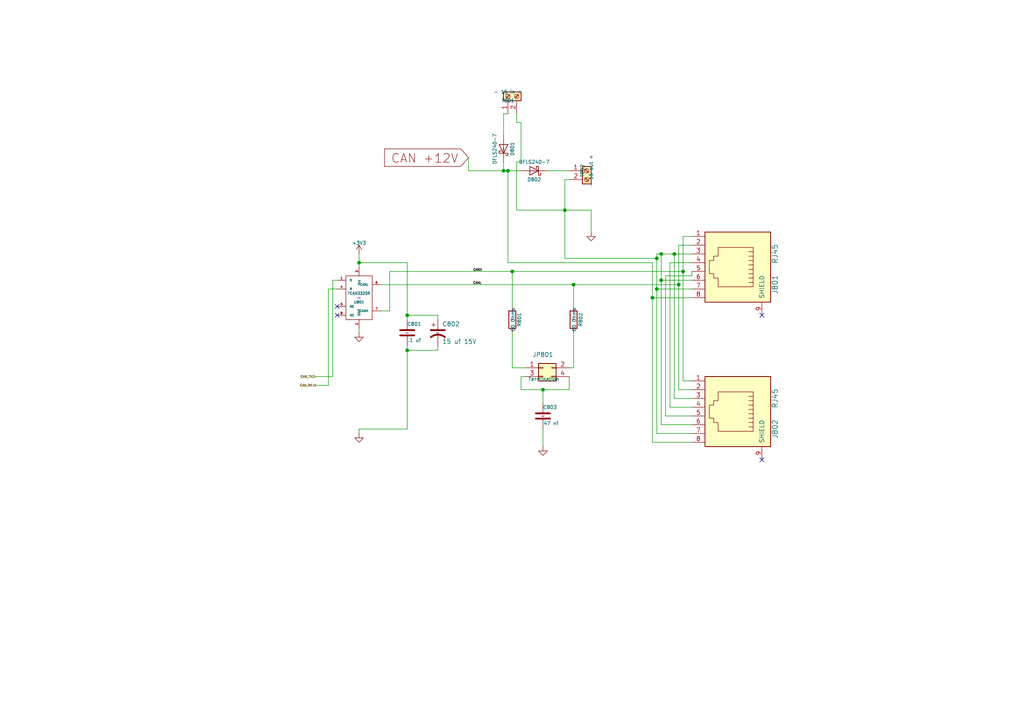
<source format=kicad_sch>
(kicad_sch (version 20211123) (generator eeschema)
  (paper "A4")
  (lib_symbols
    (symbol "ESP32-T7S3-MultiFunctionUniversalTurnout-rescue:+3V3" (power) (pin_names (offset 0))
      (property "Value" "+3V3" (at 0 3.556 0))
      (symbol "+3V3_0_1"
        (polyline (pts (xy -0.762 1.27) (xy 0 2.54)))
        (polyline (pts (xy 0 0) (xy 0 2.54)))
        (polyline (pts (xy 0 2.54) (xy 0.762 1.27)))
      )
      (symbol "+3V3_1_1"
        (pin power_in line (at 0 0 90) (length 0) hide (name "+3V3") (number "1"))
      )
    )
    (symbol "ESP32-T7S3-MultiFunctionUniversalTurnout-rescue:C" (pin_numbers hide) (pin_names (offset 0.254))
      (property "Reference" "C" (at 0.635 2.54 0))
      (property "Value" "C" (at 0.635 -2.54 0))
      (symbol "C_0_1"
        (polyline (pts (xy -2.032 -0.762) (xy 2.032 -0.762)) (stroke (width 0.508)))
        (polyline (pts (xy -2.032 0.762) (xy 2.032 0.762)) (stroke (width 0.508)))
      )
      (symbol "C_1_1"
        (pin passive line (at 0 3.81 270) (length 2.794) (name "~") (number "1"))
        (pin passive line (at 0 -3.81 90) (length 2.794) (name "~") (number "2"))
      )
    )
    (symbol "ESP32-T7S3-MultiFunctionUniversalTurnout-rescue:CP1" (pin_numbers hide) (pin_names (offset 0.254) hide)
      (property "Reference" "C" (at 0.635 2.54 0))
      (property "Value" "CP1" (at 0.635 -2.54 0))
      (symbol "CP1_0_1"
        (polyline (pts (xy -2.032 0.762) (xy 2.032 0.762)) (stroke (width 0.508)))
        (polyline (pts (xy -1.778 2.286) (xy -0.762 2.286)))
        (polyline (pts (xy -1.27 1.778) (xy -1.27 2.794)))
        (arc (start 2.032 -1.27) (mid 0 -0.5572) (end -2.032 -1.27) (stroke (width 0.508)))
      )
      (symbol "CP1_1_1"
        (pin passive line (at 0 3.81 270) (length 2.794) (name "~") (number "1"))
        (pin passive line (at 0 -3.81 90) (length 3.302) (name "~") (number "2"))
      )
    )
    (symbol "ESP32-T7S3-MultiFunctionUniversalTurnout-rescue:Conn_02x02_Odd_Even" (pin_names (offset 1.016) hide)
      (property "Reference" "J" (at 1.27 2.54 0))
      (property "Value" "Conn_02x02_Odd_Even" (at 1.27 -5.08 0))
      (symbol "Conn_02x02_Odd_Even_1_1"
        (rectangle (start -1.27 -2.413) (end 0 -2.667) (stroke (width 0.1524)))
        (rectangle (start -1.27 0.127) (end 0 -0.127) (stroke (width 0.1524)))
        (rectangle (start -1.27 1.27) (end 3.81 -3.81) (stroke (width 0.254)) (fill (type background)))
        (rectangle (start 3.81 -2.413) (end 2.54 -2.667) (stroke (width 0.1524)))
        (rectangle (start 3.81 0.127) (end 2.54 -0.127) (stroke (width 0.1524)))
        (pin passive line (at -5.08 0 0) (length 3.81) (name "Pin_1") (number "1"))
        (pin passive line (at 7.62 0 180) (length 3.81) (name "Pin_2") (number "2"))
        (pin passive line (at -5.08 -2.54 0) (length 3.81) (name "Pin_3") (number "3"))
        (pin passive line (at 7.62 -2.54 180) (length 3.81) (name "Pin_4") (number "4"))
      )
    )
    (symbol "ESP32-T7S3-MultiFunctionUniversalTurnout-rescue:D_Schottky" (pin_numbers hide) (pin_names (offset 1.016) hide)
      (property "Reference" "D" (at 0 2.54 0))
      (property "Value" "D_Schottky" (at 0 -2.54 0))
      (symbol "D_Schottky_0_1"
        (polyline (pts (xy 1.27 0) (xy -1.27 0)))
        (polyline (pts (xy 1.27 1.27) (xy 1.27 -1.27) (xy -1.27 0) (xy 1.27 1.27)) (stroke (width 0.2032)))
        (polyline (pts (xy -1.905 0.635) (xy -1.905 1.27) (xy -1.27 1.27) (xy -1.27 -1.27) (xy -0.635 -1.27) (xy -0.635 -0.635)) (stroke (width 0.2032)))
      )
      (symbol "D_Schottky_1_1"
        (pin passive line (at -3.81 0 0) (length 2.54) (name "K") (number "1"))
        (pin passive line (at 3.81 0 180) (length 2.54) (name "A") (number "2"))
      )
    )
    (symbol "ESP32-T7S3-MultiFunctionUniversalTurnout-rescue:GND" (power) (pin_names (offset 0))
      (property "Value" "GND" (at 0 -3.81 0))
      (symbol "GND_0_1"
        (polyline (pts (xy 0 0) (xy 0 -1.27) (xy 1.27 -1.27) (xy 0 -2.54) (xy -1.27 -1.27) (xy 0 -1.27)))
      )
      (symbol "GND_1_1"
        (pin power_in line (at 0 0 270) (length 0) hide (name "GND") (number "1"))
      )
    )
    (symbol "ESP32-T7S3-MultiFunctionUniversalTurnout-rescue:R" (pin_numbers hide) (pin_names (offset 0))
      (property "Reference" "R" (at 2.032 0 90))
      (property "Value" "R" (at 0 0 90))
      (symbol "R_0_1"
        (rectangle (start -1.016 -2.54) (end 1.016 2.54) (stroke (width 0.254)))
      )
      (symbol "R_1_1"
        (pin passive line (at 0 3.81 270) (length 1.27) (name "~") (number "1"))
        (pin passive line (at 0 -3.81 90) (length 1.27) (name "~") (number "2"))
      )
    )
    (symbol "ESP32-T7S3-MultiFunctionUniversalTurnout-rescue:RJ45" (pin_names (offset 1.016))
      (property "Reference" "J" (at 5.08 12.7 0))
      (property "Value" "RJ45" (at -3.81 12.7 0))
      (symbol "RJ45_0_1"
        (rectangle (start -10.16 -7.62) (end 10.16 11.43) (stroke (width 0.254)) (fill (type background)))
        (polyline (pts (xy -4.445 5.08) (xy -4.445 6.35) (xy -4.445 6.35)))
        (polyline (pts (xy -3.175 6.35) (xy -3.175 5.08) (xy -3.175 5.08)))
        (polyline (pts (xy -1.905 6.35) (xy -1.905 5.08) (xy -1.905 5.08)))
        (polyline (pts (xy -0.635 6.35) (xy -0.635 5.08) (xy -0.635 5.08)))
        (polyline (pts (xy 0.635 6.35) (xy 0.635 5.08) (xy 0.635 5.08)))
        (polyline (pts (xy 1.905 6.35) (xy 1.905 5.08) (xy 1.905 5.08)))
        (polyline (pts (xy 3.175 5.08) (xy 3.175 6.35) (xy 3.175 6.35)))
        (polyline (pts (xy 4.445 5.08) (xy 4.445 6.35) (xy 4.445 6.35)))
        (polyline (pts (xy -5.715 6.35) (xy 5.715 6.35) (xy 5.715 -3.81) (xy 3.175 -3.81) (xy 3.175 -5.08) (xy 1.905 -5.08) (xy 1.905 -6.35) (xy -1.905 -6.35) (xy -1.905 -5.08) (xy -3.175 -5.08) (xy -3.175 -3.81) (xy -5.715 -3.81) (xy -5.715 6.35) (xy -5.715 6.35)))
      )
      (symbol "RJ45_1_1"
        (pin passive line (at -8.89 -11.43 90) (length 3.81) (name "~") (number "1"))
        (pin passive line (at -6.35 -11.43 90) (length 3.81) (name "~") (number "2"))
        (pin passive line (at -3.81 -11.43 90) (length 3.81) (name "~") (number "3"))
        (pin passive line (at -1.27 -11.43 90) (length 3.81) (name "~") (number "4"))
        (pin passive line (at 1.27 -11.43 90) (length 3.81) (name "~") (number "5"))
        (pin passive line (at 3.81 -11.43 90) (length 3.81) (name "~") (number "6"))
        (pin passive line (at 6.35 -11.43 90) (length 3.81) (name "~") (number "7"))
        (pin passive line (at 8.89 -11.43 90) (length 3.81) (name "~") (number "8"))
        (pin passive line (at 13.97 8.89 180) (length 3.81) (name "SHIELD") (number "9"))
      )
    )
    (symbol "ESP32-T7S3-MultiFunctionUniversalTurnout-rescue:Screw_Terminal_01x02" (pin_names (offset 1.016) hide)
      (property "Reference" "J" (at 0 2.54 0))
      (property "Value" "Screw_Terminal_01x02" (at 0 -5.08 0))
      (symbol "Screw_Terminal_01x02_1_1"
        (rectangle (start -1.27 1.27) (end 1.27 -3.81) (stroke (width 0.254)) (fill (type background)))
        (circle (center 0 -2.54) (radius 0.635) (stroke (width 0.1524)))
        (polyline (pts (xy -0.5334 -2.2098) (xy 0.3302 -3.048)) (stroke (width 0.1524)))
        (polyline (pts (xy -0.5334 0.3302) (xy 0.3302 -0.508)) (stroke (width 0.1524)))
        (polyline (pts (xy -0.3556 -2.032) (xy 0.508 -2.8702)) (stroke (width 0.1524)))
        (polyline (pts (xy -0.3556 0.508) (xy 0.508 -0.3302)) (stroke (width 0.1524)))
        (circle (center 0 0) (radius 0.635) (stroke (width 0.1524)))
        (pin passive line (at -5.08 0 0) (length 3.81) (name "Pin_1") (number "1"))
        (pin passive line (at -5.08 -2.54 0) (length 3.81) (name "Pin_2") (number "2"))
      )
    )
    (symbol "ESP32-T7S3-MultiFunctionUniversalTurnout-rescue:TCAN332DR" (pin_names (offset 1.016))
      (property "Reference" "U" (at 0 -1.27 0))
      (property "Value" "TCAN332DR" (at 0 1.27 0))
      (symbol "TCAN332DR_0_1"
        (rectangle (start -3.81 6.35) (end 3.81 -6.35))
      )
      (symbol "TCAN332DR_1_1"
        (pin input line (at -6.35 5.08 0) (length 2.54) (name "D") (number "1"))
        (pin power_in line (at 0 -8.89 90) (length 2.54) (name "GND") (number "2"))
        (pin power_in line (at 0 8.89 270) (length 2.54) (name "Vcc") (number "3"))
        (pin output line (at -6.35 2.54 0) (length 2.54) (name "R") (number "4"))
        (pin input line (at -6.35 -2.54 0) (length 2.54) (name "NC") (number "5"))
        (pin bidirectional line (at 6.35 3.81 180) (length 2.54) (name "CANL") (number "6"))
        (pin bidirectional line (at 6.35 -3.81 180) (length 2.54) (name "CANH") (number "7"))
        (pin input line (at -6.35 -5.08 0) (length 2.54) (name "NC") (number "8"))
      )
    )
  )
  (junction (at 190.5 83.82))
  (junction (at 190.5 74.93))
  (junction (at 146.05 49.53))
  (junction (at 148.59 78.74))
  (junction (at 118.11 101.6))
  (junction (at 166.37 82.55))
  (junction (at 198.12 78.74))
  (junction (at 104.14 76.2))
  (junction (at 196.85 82.55))
  (junction (at 191.77 73.66))
  (junction (at 163.83 60.96))
  (junction (at 189.23 86.36))
  (junction (at 191.77 81.28))
  (junction (at 157.48 113.03))
  (junction (at 118.11 91.44))
  (junction (at 195.58 73.66))
  (junction (at 147.32 49.53))
  (no_connect (at 220.98 91.44))
  (no_connect (at 97.79 91.44))
  (no_connect (at 220.98 133.35))
  (no_connect (at 97.79 88.9))
  (wire (pts (xy 146.05 49.53) (xy 147.32 49.53)))
  (wire (pts (xy 166.37 96.52) (xy 166.37 106.68)))
  (wire (pts (xy 198.12 68.58) (xy 198.12 78.74)))
  (wire (pts (xy 127 101.6) (xy 118.11 101.6)))
  (wire (pts (xy 165.1 52.07) (xy 163.83 52.07)))
  (wire (pts (xy 146.05 33.02) (xy 146.05 39.37)))
  (wire (pts (xy 198.12 78.74) (xy 198.12 110.49)))
  (wire (pts (xy 148.59 78.74) (xy 198.12 78.74)))
  (wire (pts (xy 148.59 96.52) (xy 148.59 106.68)))
  (wire (pts (xy 110.49 90.17) (xy 113.03 90.17)))
  (wire (pts (xy 104.14 76.2) (xy 104.14 77.47)))
  (wire (pts (xy 163.83 74.93) (xy 190.5 74.93)))
  (wire (pts (xy 189.23 76.2) (xy 189.23 86.36)))
  (wire (pts (xy 149.86 46.99) (xy 149.86 60.96)))
  (wire (pts (xy 118.11 76.2) (xy 118.11 91.44)))
  (wire (pts (xy 148.59 78.74) (xy 148.59 88.9)))
  (wire (pts (xy 151.13 113.03) (xy 151.13 109.22)))
  (wire (pts (xy 193.04 80.01) (xy 193.04 120.65)))
  (wire (pts (xy 95.25 111.76) (xy 91.44 111.76)))
  (wire (pts (xy 165.1 113.03) (xy 157.48 113.03)))
  (wire (pts (xy 166.37 82.55) (xy 196.85 82.55)))
  (wire (pts (xy 113.03 78.74) (xy 148.59 78.74)))
  (wire (pts (xy 118.11 124.46) (xy 104.14 124.46)))
  (wire (pts (xy 198.12 68.58) (xy 200.66 68.58)))
  (wire (pts (xy 165.1 49.53) (xy 158.75 49.53)))
  (wire (pts (xy 194.31 118.11) (xy 194.31 76.2)))
  (wire (pts (xy 195.58 73.66) (xy 195.58 115.57)))
  (wire (pts (xy 96.52 109.22) (xy 91.44 109.22)))
  (wire (pts (xy 135.89 49.53) (xy 146.05 49.53)))
  (wire (pts (xy 171.45 60.96) (xy 171.45 67.31)))
  (wire (pts (xy 189.23 128.27) (xy 200.66 128.27)))
  (wire (pts (xy 118.11 91.44) (xy 127 91.44)))
  (wire (pts (xy 194.31 76.2) (xy 200.66 76.2)))
  (wire (pts (xy 198.12 110.49) (xy 200.66 110.49)))
  (wire (pts (xy 96.52 81.28) (xy 96.52 109.22)))
  (wire (pts (xy 110.49 82.55) (xy 166.37 82.55)))
  (wire (pts (xy 149.86 33.02) (xy 149.86 35.56)))
  (wire (pts (xy 157.48 124.46) (xy 157.48 129.54)))
  (wire (pts (xy 196.85 82.55) (xy 196.85 113.03)))
  (wire (pts (xy 157.48 113.03) (xy 157.48 116.84)))
  (wire (pts (xy 189.23 86.36) (xy 189.23 128.27)))
  (wire (pts (xy 149.86 60.96) (xy 163.83 60.96)))
  (wire (pts (xy 151.13 46.99) (xy 149.86 46.99)))
  (wire (pts (xy 104.14 124.46) (xy 104.14 125.73)))
  (wire (pts (xy 147.32 76.2) (xy 189.23 76.2)))
  (wire (pts (xy 200.66 71.12) (xy 196.85 71.12)))
  (wire (pts (xy 190.5 73.66) (xy 190.5 74.93)))
  (wire (pts (xy 200.66 80.01) (xy 193.04 80.01)))
  (wire (pts (xy 157.48 113.03) (xy 151.13 113.03)))
  (wire (pts (xy 104.14 76.2) (xy 118.11 76.2)))
  (wire (pts (xy 191.77 73.66) (xy 195.58 73.66)))
  (wire (pts (xy 189.23 86.36) (xy 200.66 86.36)))
  (wire (pts (xy 200.66 78.74) (xy 200.66 80.01)))
  (wire (pts (xy 97.79 83.82) (xy 95.25 83.82)))
  (wire (pts (xy 191.77 81.28) (xy 191.77 123.19)))
  (wire (pts (xy 104.14 73.66) (xy 104.14 76.2)))
  (wire (pts (xy 118.11 101.6) (xy 118.11 124.46)))
  (wire (pts (xy 166.37 82.55) (xy 166.37 88.9)))
  (wire (pts (xy 127 100.33) (xy 127 101.6)))
  (wire (pts (xy 135.89 45.72) (xy 135.89 49.53)))
  (wire (pts (xy 196.85 113.03) (xy 200.66 113.03)))
  (wire (pts (xy 127 91.44) (xy 127 92.71)))
  (wire (pts (xy 166.37 106.68) (xy 165.1 106.68)))
  (wire (pts (xy 163.83 60.96) (xy 163.83 74.93)))
  (wire (pts (xy 196.85 71.12) (xy 196.85 82.55)))
  (wire (pts (xy 118.11 91.44) (xy 118.11 92.71)))
  (wire (pts (xy 148.59 106.68) (xy 152.4 106.68)))
  (wire (pts (xy 190.5 74.93) (xy 190.5 83.82)))
  (wire (pts (xy 190.5 125.73) (xy 200.66 125.73)))
  (wire (pts (xy 104.14 95.25) (xy 104.14 96.52)))
  (wire (pts (xy 191.77 73.66) (xy 191.77 81.28)))
  (wire (pts (xy 195.58 115.57) (xy 200.66 115.57)))
  (wire (pts (xy 95.25 83.82) (xy 95.25 111.76)))
  (wire (pts (xy 165.1 109.22) (xy 165.1 113.03)))
  (wire (pts (xy 163.83 52.07) (xy 163.83 60.96)))
  (wire (pts (xy 193.04 120.65) (xy 200.66 120.65)))
  (wire (pts (xy 190.5 83.82) (xy 190.5 125.73)))
  (wire (pts (xy 200.66 81.28) (xy 191.77 81.28)))
  (wire (pts (xy 113.03 90.17) (xy 113.03 78.74)))
  (wire (pts (xy 147.32 33.02) (xy 146.05 33.02)))
  (wire (pts (xy 146.05 49.53) (xy 146.05 46.99)))
  (wire (pts (xy 163.83 60.96) (xy 171.45 60.96)))
  (wire (pts (xy 190.5 73.66) (xy 191.77 73.66)))
  (wire (pts (xy 149.86 35.56) (xy 151.13 35.56)))
  (wire (pts (xy 190.5 83.82) (xy 200.66 83.82)))
  (wire (pts (xy 147.32 49.53) (xy 151.13 49.53)))
  (wire (pts (xy 151.13 35.56) (xy 151.13 46.99)))
  (wire (pts (xy 97.79 81.28) (xy 96.52 81.28)))
  (wire (pts (xy 200.66 118.11) (xy 194.31 118.11)))
  (wire (pts (xy 195.58 73.66) (xy 200.66 73.66)))
  (wire (pts (xy 118.11 100.33) (xy 118.11 101.6)))
  (wire (pts (xy 151.13 109.22) (xy 152.4 109.22)))
  (wire (pts (xy 191.77 123.19) (xy 200.66 123.19)))
  (wire (pts (xy 147.32 49.53) (xy 147.32 76.2)))
  (label "CANL" (at 137.16 82.55 0) (effects (font (size 0.635 0.635))))
  (label "CANH" (at 137.16 78.74 0) (effects (font (size 0.635 0.635))))
  (global_label "CAN +12V" (shape input) (at 135.89 45.72 180) (effects (font (size 2.54 2.54))) (property "Intersheet References" "${INTERSHEET_REFS}" (effects hide)))
  (hierarchical_label "CAN_TX" (shape input) (at 91.44 109.22 180) (effects (font (size 0.635 0.635))))
  (hierarchical_label "CAN_RX" (shape output) (at 91.44 111.76 180) (effects (font (size 0.635 0.635))))
  (symbol (lib_id "ESP32-T7S3-MultiFunctionUniversalTurnout-rescue:TCAN332DR") (at 104.14 86.36 0) (unit 1)
    (property "Reference" "U801" (at 104.14 87.63 0) (effects (font (size 0.762 0.762))))
    (property "Value" "TCAN332DR" (at 104.14 85.09 0) (effects (font (size 0.762 0.762))))
    (property "Footprint" "Housings_SOIC:SOIC-8_3.9x4.9mm_Pitch1.27mm" (effects hide))
    (property "Datasheet" "~" (at 104.14 86.36 0) (effects (font (size 1.524 1.524))))
    (property "Mouser Part Number" "595-TCAN332DR" (effects hide))
  )
  (symbol (lib_id "ESP32-T7S3-MultiFunctionUniversalTurnout-rescue:+3V3") (at 104.14 73.66 0) (unit 1)
    (property "Reference" "#PWR047" (effects hide))
    (property "Value" "+3V3" (at 104.14 70.485 0) (effects (font (size 1.016 1.016))))
  )
  (symbol (lib_id "ESP32-T7S3-MultiFunctionUniversalTurnout-rescue:GND") (at 104.14 96.52 0) (unit 1)
    (property "Reference" "#PWR048" (effects hide))
    (property "Value" "GND" (effects hide))
  )
  (symbol (lib_id "ESP32-T7S3-MultiFunctionUniversalTurnout-rescue:C") (at 118.11 96.52 0) (unit 1)
    (property "Reference" "C801" (at 118.11 93.98 0) (effects (font (size 1.016 1.016)) (justify left)))
    (property "Value" ".1 uf" (at 118.2624 98.679 0) (effects (font (size 1.016 1.016)) (justify left)))
    (property "Footprint" "Capacitors_SMD:C_0603" (effects hide))
    (property "Datasheet" "~" (at 118.11 96.52 0) (effects (font (size 1.524 1.524))))
    (property "Mouser Part Number" "710-885012206095" (effects hide))
  )
  (symbol (lib_id "ESP32-T7S3-MultiFunctionUniversalTurnout-rescue:CP1") (at 127 96.52 0) (unit 1)
    (property "Reference" "C802" (at 128.27 93.98 0) (effects (justify left)))
    (property "Value" "15 uf 15V" (at 128.27 99.06 0) (effects (justify left)))
    (property "Footprint" "Capacitors_SMD:CP_Elec_4x5.7" (effects hide))
    (property "Datasheet" "~" (at 127 96.52 0) (effects (font (size 1.524 1.524))))
    (property "Mouser Part Number" "710-865080340002 " (effects hide))
  )
  (symbol (lib_id "ESP32-T7S3-MultiFunctionUniversalTurnout-rescue:R") (at 148.59 92.71 0) (unit 1)
    (property "Reference" "R801" (at 150.622 92.71 90) (effects (font (size 1.016 1.016))))
    (property "Value" "60 Ohms" (at 148.7678 92.6846 90) (effects (font (size 1.016 1.016))))
    (property "Footprint" "Resistors_SMD:R_1206" (effects hide))
    (property "Datasheet" "~" (at 148.59 92.71 0) (effects (font (size 0.762 0.762))))
    (property "Mouser Part Number" "71-CRCW120660R0KNAIF" (effects hide))
  )
  (symbol (lib_id "ESP32-T7S3-MultiFunctionUniversalTurnout-rescue:R") (at 166.37 92.71 0) (unit 1)
    (property "Reference" "R802" (at 168.402 92.71 90) (effects (font (size 1.016 1.016))))
    (property "Value" "60 Ohms" (at 166.5478 92.6846 90) (effects (font (size 1.016 1.016))))
    (property "Footprint" "Resistors_SMD:R_1206" (effects hide))
    (property "Datasheet" "~" (at 166.37 92.71 0) (effects (font (size 0.762 0.762))))
    (property "Mouser Part Number" "71-CRCW120660R0KNAIF" (effects hide))
  )
  (symbol (lib_id "ESP32-T7S3-MultiFunctionUniversalTurnout-rescue:Conn_02x02_Odd_Even") (at 157.48 106.68 0) (unit 1)
    (property "Reference" "JP801" (at 157.48 102.87 0))
    (property "Value" "Termination" (at 157.734 109.982 0) (effects (font (size 1.016 1.016))))
    (property "Footprint" "Pin_Headers:Pin_Header_Straight_2x02_Pitch2.54mm" (effects hide))
    (property "Mouser Part Number" "649-67997-404HLF" (effects hide))
  )
  (symbol (lib_id "ESP32-T7S3-MultiFunctionUniversalTurnout-rescue:C") (at 157.48 120.65 0) (unit 1)
    (property "Reference" "C803" (at 157.48 118.11 0) (effects (font (size 1.016 1.016)) (justify left)))
    (property "Value" "47 nf" (at 157.6324 122.809 0) (effects (font (size 1.016 1.016)) (justify left)))
    (property "Footprint" "Capacitors_SMD:C_0603" (effects hide))
    (property "Datasheet" "~" (at 157.48 120.65 0) (effects (font (size 1.524 1.524))))
    (property "Mouser Part Number" "710-885012206093" (effects hide))
  )
  (symbol (lib_id "ESP32-T7S3-MultiFunctionUniversalTurnout-rescue:GND") (at 157.48 129.54 0) (unit 1)
    (property "Reference" "#PWR049" (effects hide))
    (property "Value" "GND" (effects hide))
  )
  (symbol (lib_id "ESP32-T7S3-MultiFunctionUniversalTurnout-rescue:RJ45") (at 212.09 119.38 270) (unit 1)
    (property "Reference" "J802" (at 224.79 124.46 0) (effects (font (size 1.524 1.524))))
    (property "Value" "RJ45" (at 224.79 115.57 0) (effects (font (size 1.524 1.524))))
    (property "Footprint" "RJ45-8N-S:RJ45_8N-S" (effects hide))
    (property "Mouser Part Number" "710-615008144221" (effects hide))
  )
  (symbol (lib_id "ESP32-T7S3-MultiFunctionUniversalTurnout-rescue:RJ45") (at 212.09 77.47 270) (unit 1)
    (property "Reference" "J801" (at 224.79 82.55 0) (effects (font (size 1.524 1.524))))
    (property "Value" "RJ45" (at 224.79 73.66 0) (effects (font (size 1.524 1.524))))
    (property "Footprint" "RJ45-8N-S:RJ45_8N-S" (effects hide))
    (property "Mouser Part Number" "710-615008144221" (effects hide))
  )
  (symbol (lib_id "ESP32-T7S3-MultiFunctionUniversalTurnout-rescue:Screw_Terminal_01x02") (at 170.18 49.53 0) (unit 1)
    (property "Reference" "T802" (at 168.91 49.53 90) (effects (font (size 1.016 1.016))))
    (property "Value" "- 15 out +" (at 171.45 49.53 90) (effects (font (size 1.016 1.016))))
    (property "Footprint" "Connectors_Terminal_Blocks:TerminalBlock_Pheonix_MPT-2.54mm_2pol" (effects hide))
    (property "Mouser Part Number" "651-1725656" (effects hide))
  )
  (symbol (lib_id "ESP32-T7S3-MultiFunctionUniversalTurnout-rescue:D_Schottky") (at 154.94 49.53 180) (unit 1)
    (property "Reference" "D802" (at 154.94 52.07 0) (effects (font (size 1.016 1.016))))
    (property "Value" "DFLS240-7" (at 154.94 46.99 0) (effects (font (size 1.016 1.016))))
    (property "Footprint" "Diodes_SMD:D_PowerDI-123" (effects hide))
    (property "Datasheet" "~" (at 154.94 49.53 0) (effects (font (size 1.524 1.524))))
    (property "Mouser Part Number" "621-DFLS240-7" (effects hide))
  )
  (symbol (lib_id "ESP32-T7S3-MultiFunctionUniversalTurnout-rescue:GND") (at 171.45 67.31 0) (unit 1)
    (property "Reference" "#PWR050" (effects hide))
    (property "Value" "GND" (effects hide))
  )
  (symbol (lib_id "ESP32-T7S3-MultiFunctionUniversalTurnout-rescue:Screw_Terminal_01x02") (at 147.32 27.94 90) (unit 1)
    (property "Reference" "T801" (at 147.32 29.21 90) (effects (font (size 1.016 1.016))))
    (property "Value" "- 15 in +" (at 147.32 26.67 90) (effects (font (size 1.016 1.016))))
    (property "Footprint" "Connectors_Terminal_Blocks:TerminalBlock_Pheonix_MPT-2.54mm_2pol" (effects hide))
    (property "Mouser Part Number" "651-1725656" (effects hide))
  )
  (symbol (lib_id "ESP32-T7S3-MultiFunctionUniversalTurnout-rescue:D_Schottky") (at 146.05 43.18 270) (mirror x) (unit 1)
    (property "Reference" "D801" (at 148.59 43.18 0) (effects (font (size 1.016 1.016))))
    (property "Value" "DFLS240-7" (at 143.51 43.18 0) (effects (font (size 1.016 1.016))))
    (property "Footprint" "Diodes_SMD:D_PowerDI-123" (effects hide))
    (property "Datasheet" "~" (at 146.05 43.18 0) (effects (font (size 1.524 1.524))))
    (property "Mouser Part Number" "621-DFLS240-7" (effects hide))
  )
  (symbol (lib_id "ESP32-T7S3-MultiFunctionUniversalTurnout-rescue:GND") (at 104.14 125.73 0) (unit 1)
    (property "Reference" "#PWR051" (effects hide))
    (property "Value" "GND" (effects hide))
  )
)
</source>
